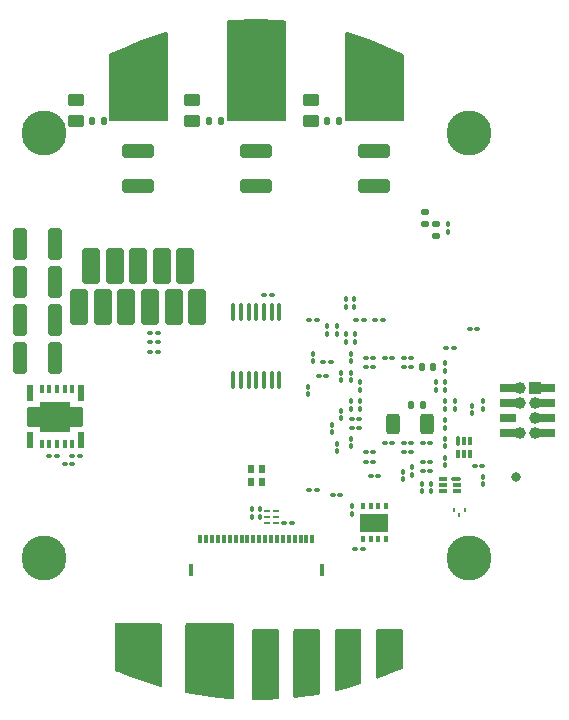
<source format=gbs>
%TF.GenerationSoftware,KiCad,Pcbnew,8.0.9-8.0.9-0~ubuntu22.04.1*%
%TF.CreationDate,2025-03-25T15:42:12+01:00*%
%TF.ProjectId,omodri_sa_v2_laas,6f6d6f64-7269-45f7-9361-5f76325f6c61,1.0*%
%TF.SameCoordinates,Original*%
%TF.FileFunction,Soldermask,Bot*%
%TF.FilePolarity,Negative*%
%FSLAX46Y46*%
G04 Gerber Fmt 4.6, Leading zero omitted, Abs format (unit mm)*
G04 Created by KiCad (PCBNEW 8.0.9-8.0.9-0~ubuntu22.04.1) date 2025-03-25 15:42:12*
%MOMM*%
%LPD*%
G01*
G04 APERTURE LIST*
G04 Aperture macros list*
%AMRoundRect*
0 Rectangle with rounded corners*
0 $1 Rounding radius*
0 $2 $3 $4 $5 $6 $7 $8 $9 X,Y pos of 4 corners*
0 Add a 4 corners polygon primitive as box body*
4,1,4,$2,$3,$4,$5,$6,$7,$8,$9,$2,$3,0*
0 Add four circle primitives for the rounded corners*
1,1,$1+$1,$2,$3*
1,1,$1+$1,$4,$5*
1,1,$1+$1,$6,$7*
1,1,$1+$1,$8,$9*
0 Add four rect primitives between the rounded corners*
20,1,$1+$1,$2,$3,$4,$5,0*
20,1,$1+$1,$4,$5,$6,$7,0*
20,1,$1+$1,$6,$7,$8,$9,0*
20,1,$1+$1,$8,$9,$2,$3,0*%
%AMFreePoly0*
4,1,29,0.792426,2.342426,0.810000,2.300000,0.810000,1.310000,1.250000,1.310000,1.292426,1.292426,1.310000,1.250000,1.310000,-1.250000,1.292426,-1.292426,1.250000,-1.310000,0.810000,-1.310000,0.810000,-2.300000,0.792426,-2.342426,0.750000,-2.360000,-0.750000,-2.360000,-0.792426,-2.342426,-0.810000,-2.300000,-0.810000,-1.310000,-1.250000,-1.310000,-1.292426,-1.292426,-1.310000,-1.250000,
-1.310000,1.250000,-1.292426,1.292426,-1.250000,1.310000,-0.810000,1.310000,-0.810000,2.300000,-0.792426,2.342426,-0.750000,2.360000,0.750000,2.360000,0.792426,2.342426,0.792426,2.342426,$1*%
G04 Aperture macros list end*
%ADD10C,2.600000*%
%ADD11C,3.800000*%
%ADD12R,1.000000X1.000000*%
%ADD13R,1.400000X0.700000*%
%ADD14C,1.000000*%
%ADD15C,0.800000*%
%ADD16RoundRect,0.250000X1.100000X-0.325000X1.100000X0.325000X-1.100000X0.325000X-1.100000X-0.325000X0*%
%ADD17RoundRect,0.250000X-0.325000X-1.100000X0.325000X-1.100000X0.325000X1.100000X-0.325000X1.100000X0*%
%ADD18RoundRect,0.100000X0.130000X0.100000X-0.130000X0.100000X-0.130000X-0.100000X0.130000X-0.100000X0*%
%ADD19RoundRect,0.100000X-0.130000X-0.100000X0.130000X-0.100000X0.130000X0.100000X-0.130000X0.100000X0*%
%ADD20RoundRect,0.140000X-0.140000X-0.170000X0.140000X-0.170000X0.140000X0.170000X-0.140000X0.170000X0*%
%ADD21RoundRect,0.100000X-0.100000X0.130000X-0.100000X-0.130000X0.100000X-0.130000X0.100000X0.130000X0*%
%ADD22RoundRect,0.250000X-0.450000X0.262500X-0.450000X-0.262500X0.450000X-0.262500X0.450000X0.262500X0*%
%ADD23RoundRect,0.135000X-0.185000X0.135000X-0.185000X-0.135000X0.185000X-0.135000X0.185000X0.135000X0*%
%ADD24R,0.550000X0.200000*%
%ADD25R,0.500000X0.200000*%
%ADD26RoundRect,0.100000X0.100000X-0.130000X0.100000X0.130000X-0.100000X0.130000X-0.100000X-0.130000X0*%
%ADD27RoundRect,0.250000X0.312500X0.625000X-0.312500X0.625000X-0.312500X-0.625000X0.312500X-0.625000X0*%
%ADD28RoundRect,0.070000X-0.355000X0.070000X-0.355000X-0.070000X0.355000X-0.070000X0.355000X0.070000X0*%
%ADD29RoundRect,0.070000X-0.305000X0.070000X-0.305000X-0.070000X0.305000X-0.070000X0.305000X0.070000X0*%
%ADD30RoundRect,0.070000X-0.070000X-0.355000X0.070000X-0.355000X0.070000X0.355000X-0.070000X0.355000X0*%
%ADD31RoundRect,0.070000X-0.070000X-0.305000X0.070000X-0.305000X0.070000X0.305000X-0.070000X0.305000X0*%
%ADD32R,0.300000X0.700000*%
%ADD33R,0.300000X1.000000*%
%ADD34R,0.508000X0.762000*%
%ADD35RoundRect,0.062500X0.062500X0.137500X-0.062500X0.137500X-0.062500X-0.137500X0.062500X-0.137500X0*%
%ADD36R,0.300000X0.600000*%
%ADD37R,2.400000X1.650000*%
%ADD38R,0.500000X1.400000*%
%ADD39R,0.350000X0.700000*%
%ADD40FreePoly0,270.000000*%
%ADD41RoundRect,0.140000X0.140000X0.170000X-0.140000X0.170000X-0.140000X-0.170000X0.140000X-0.170000X0*%
%ADD42RoundRect,0.100000X0.100000X-0.637500X0.100000X0.637500X-0.100000X0.637500X-0.100000X-0.637500X0*%
%ADD43RoundRect,0.150000X-0.600000X1.350000X-0.600000X-1.350000X0.600000X-1.350000X0.600000X1.350000X0*%
G04 APERTURE END LIST*
D10*
%TO.C,H1*%
X132000000Y-137950000D03*
D11*
X132000000Y-137950000D03*
%TD*%
D12*
%TO.C,J3*%
X173635000Y-123595000D03*
D13*
X174650000Y-123595000D03*
X171350000Y-123595000D03*
D14*
X172365000Y-123595000D03*
X173635000Y-124865000D03*
D13*
X174650000Y-124865000D03*
X171350000Y-124865000D03*
D14*
X172365000Y-124865000D03*
X173635000Y-126135000D03*
D13*
X174650000Y-126135000D03*
X171350000Y-126135000D03*
D14*
X173635000Y-127405000D03*
D13*
X174650000Y-127405000D03*
X171350000Y-127405000D03*
D14*
X172365000Y-127405000D03*
%TD*%
D10*
%TO.C,H4*%
X168000000Y-137950000D03*
D11*
X168000000Y-137950000D03*
%TD*%
D10*
%TO.C,H3*%
X132000000Y-101950000D03*
D11*
X132000000Y-101950000D03*
%TD*%
D15*
%TO.C,SW1*%
X172000000Y-131100000D03*
%TD*%
D10*
%TO.C,H2*%
X168000000Y-101950000D03*
D11*
X168000000Y-101950000D03*
%TD*%
D16*
%TO.C,C83*%
X140000000Y-106475000D03*
X140000000Y-103525000D03*
%TD*%
D17*
%TO.C,C77*%
X130025000Y-121000000D03*
X132975000Y-121000000D03*
%TD*%
D18*
%TO.C,C64*%
X159025000Y-137200000D03*
X158385000Y-137200000D03*
%TD*%
%TO.C,C2*%
X161520000Y-121000000D03*
X160880000Y-121000000D03*
%TD*%
D19*
%TO.C,C61*%
X150650000Y-115700000D03*
X151290000Y-115700000D03*
%TD*%
%TO.C,C67*%
X152380000Y-135000000D03*
X153020000Y-135000000D03*
%TD*%
D20*
%TO.C,C54*%
X146020000Y-101000000D03*
X146980000Y-101000000D03*
%TD*%
D21*
%TO.C,R10*%
X168300000Y-125080000D03*
X168300000Y-125720000D03*
%TD*%
D22*
%TO.C,R20*%
X144600000Y-99175000D03*
X144600000Y-101000000D03*
%TD*%
%TO.C,R28*%
X134700000Y-99175000D03*
X134700000Y-101000000D03*
%TD*%
D23*
%TO.C,R38*%
X164250000Y-108690000D03*
X164250000Y-109710000D03*
%TD*%
D24*
%TO.C,U8*%
X150925000Y-135000000D03*
D25*
X150900000Y-134500000D03*
X150900000Y-134000000D03*
X151700000Y-134000000D03*
X151700000Y-134500000D03*
X151700000Y-135000000D03*
%TD*%
D19*
%TO.C,R42*%
X133790000Y-130000000D03*
X134430000Y-130000000D03*
%TD*%
D20*
%TO.C,C46*%
X156020000Y-101000000D03*
X156980000Y-101000000D03*
%TD*%
D26*
%TO.C,R24*%
X158300000Y-116720000D03*
X158300000Y-116080000D03*
%TD*%
D18*
%TO.C,C1*%
X141640000Y-119700000D03*
X141000000Y-119700000D03*
%TD*%
D23*
%TO.C,R39*%
X165250000Y-109710000D03*
X165250000Y-110730000D03*
%TD*%
D26*
%TO.C,R35*%
X156400000Y-127320000D03*
X156400000Y-126680000D03*
%TD*%
D19*
%TO.C,C27*%
X159280000Y-129800000D03*
X159920000Y-129800000D03*
%TD*%
D27*
%TO.C,R13*%
X164462500Y-126600000D03*
X161537500Y-126600000D03*
%TD*%
D21*
%TO.C,C10*%
X158799200Y-124680000D03*
X158799200Y-125320000D03*
%TD*%
%TO.C,C6*%
X166000000Y-126280000D03*
X166000000Y-126920000D03*
%TD*%
D18*
%TO.C,C11*%
X163120000Y-128200000D03*
X162480000Y-128200000D03*
%TD*%
D21*
%TO.C,C5*%
X158000000Y-124680000D03*
X158000000Y-125320000D03*
%TD*%
D18*
%TO.C,C9*%
X163120000Y-129000000D03*
X162480000Y-129000000D03*
%TD*%
D26*
%TO.C,C4*%
X165200000Y-123720000D03*
X165200000Y-123080000D03*
%TD*%
D21*
%TO.C,C25*%
X166000000Y-127880000D03*
X166000000Y-128520000D03*
%TD*%
D19*
%TO.C,C29*%
X164080000Y-130600000D03*
X164720000Y-130600000D03*
%TD*%
D26*
%TO.C,C28*%
X166000000Y-130120000D03*
X166000000Y-129480000D03*
%TD*%
%TO.C,C69*%
X164800000Y-132300000D03*
X164800000Y-131660000D03*
%TD*%
D21*
%TO.C,C21*%
X169200000Y-124680000D03*
X169200000Y-125320000D03*
%TD*%
D18*
%TO.C,C31*%
X155120000Y-132200000D03*
X154480000Y-132200000D03*
%TD*%
D21*
%TO.C,C30*%
X169200000Y-131080000D03*
X169200000Y-131720000D03*
%TD*%
D18*
%TO.C,C32*%
X159920000Y-121800000D03*
X159280000Y-121800000D03*
%TD*%
D26*
%TO.C,R33*%
X154400000Y-124120000D03*
X154400000Y-123480000D03*
%TD*%
D18*
%TO.C,R40*%
X135070000Y-129300000D03*
X134430000Y-129300000D03*
%TD*%
D21*
%TO.C,C68*%
X150300000Y-133860000D03*
X150300000Y-134500000D03*
%TD*%
%TO.C,C22*%
X166000000Y-124680000D03*
X166000000Y-125320000D03*
%TD*%
%TO.C,R34*%
X157200000Y-125480000D03*
X157200000Y-126120000D03*
%TD*%
D19*
%TO.C,R41*%
X132480000Y-129300000D03*
X133120000Y-129300000D03*
%TD*%
%TO.C,C34*%
X159280000Y-129000000D03*
X159920000Y-129000000D03*
%TD*%
D21*
%TO.C,C33*%
X166800000Y-124680000D03*
X166800000Y-125320000D03*
%TD*%
%TO.C,R23*%
X156000000Y-118360000D03*
X156000000Y-119000000D03*
%TD*%
%TO.C,R32*%
X156800000Y-128280000D03*
X156800000Y-128920000D03*
%TD*%
D18*
%TO.C,R11*%
X169120000Y-130200000D03*
X168480000Y-130200000D03*
%TD*%
D19*
%TO.C,C19*%
X155280000Y-122600000D03*
X155920000Y-122600000D03*
%TD*%
D28*
%TO.C,U9*%
X166925000Y-131300000D03*
D29*
X166975000Y-131800000D03*
X166975000Y-132300000D03*
X165825000Y-132300000D03*
X165825000Y-131800000D03*
X165825000Y-131300000D03*
%TD*%
D30*
%TO.C,U10*%
X167100000Y-128075000D03*
D31*
X167600000Y-128025000D03*
X168100000Y-128025000D03*
X168100000Y-129175000D03*
X167600000Y-129175000D03*
X167100000Y-129175000D03*
%TD*%
D26*
%TO.C,R22*%
X157600000Y-119640000D03*
X157600000Y-119000000D03*
%TD*%
D20*
%TO.C,C56*%
X136120000Y-101000000D03*
X137080000Y-101000000D03*
%TD*%
D18*
%TO.C,R29*%
X166720000Y-120200000D03*
X166080000Y-120200000D03*
%TD*%
D19*
%TO.C,R12*%
X156480000Y-132600000D03*
X157120000Y-132600000D03*
%TD*%
D26*
%TO.C,C20*%
X158800000Y-123720000D03*
X158800000Y-123080000D03*
%TD*%
D21*
%TO.C,C43*%
X154800000Y-120680000D03*
X154800000Y-121320000D03*
%TD*%
%TO.C,R36*%
X164000000Y-131660000D03*
X164000000Y-132300000D03*
%TD*%
D19*
%TO.C,C24*%
X158080000Y-127000000D03*
X158720000Y-127000000D03*
%TD*%
D21*
%TO.C,D7*%
X166250000Y-109710000D03*
X166250000Y-110350000D03*
%TD*%
D19*
%TO.C,C23*%
X158080000Y-126200000D03*
X158720000Y-126200000D03*
%TD*%
%TO.C,C35*%
X164080000Y-129800000D03*
X164720000Y-129800000D03*
%TD*%
%TO.C,C26*%
X160880000Y-128200000D03*
X161520000Y-128200000D03*
%TD*%
D21*
%TO.C,R31*%
X158100000Y-133600000D03*
X158100000Y-134240000D03*
%TD*%
D20*
%TO.C,C36*%
X164020000Y-121800000D03*
X164980000Y-121800000D03*
%TD*%
D16*
%TO.C,C86*%
X150000000Y-106475000D03*
X150000000Y-103525000D03*
%TD*%
D19*
%TO.C,C13*%
X168080000Y-118600000D03*
X168720000Y-118600000D03*
%TD*%
D21*
%TO.C,R5*%
X163200000Y-130280000D03*
X163200000Y-130920000D03*
%TD*%
D18*
%TO.C,D1*%
X141640000Y-120500000D03*
X141000000Y-120500000D03*
%TD*%
D32*
%TO.C,J2*%
X154750000Y-136350000D03*
X154250000Y-136350000D03*
X153750000Y-136350000D03*
X153250000Y-136350000D03*
X152750000Y-136350000D03*
X152250000Y-136350000D03*
X151750000Y-136350000D03*
X151250000Y-136350000D03*
X150750000Y-136350000D03*
X150250000Y-136350000D03*
X149750000Y-136350000D03*
X149250000Y-136350000D03*
X148750000Y-136350000D03*
X148250000Y-136350000D03*
X147750000Y-136350000D03*
X147250000Y-136350000D03*
X146750000Y-136350000D03*
X146250000Y-136350000D03*
X145750000Y-136350000D03*
X145250000Y-136350000D03*
D33*
X155540000Y-139000000D03*
X144460000Y-139000000D03*
%TD*%
D18*
%TO.C,C16*%
X159920000Y-121000000D03*
X159280000Y-121000000D03*
%TD*%
D22*
%TO.C,R17*%
X154600000Y-99175000D03*
X154600000Y-101000000D03*
%TD*%
D34*
%TO.C,D4*%
X149525000Y-131572201D03*
X149525000Y-130427799D03*
X150475000Y-130427799D03*
X150475000Y-131572201D03*
%TD*%
D16*
%TO.C,C85*%
X160000000Y-106475000D03*
X160000000Y-103525000D03*
%TD*%
D26*
%TO.C,R6*%
X162400000Y-131320000D03*
X162400000Y-130680000D03*
%TD*%
%TO.C,C38*%
X158000000Y-121320000D03*
X158000000Y-120680000D03*
%TD*%
D18*
%TO.C,R4*%
X141640000Y-118900000D03*
X141000000Y-118900000D03*
%TD*%
D21*
%TO.C,C7*%
X158000200Y-127880000D03*
X158000200Y-128520000D03*
%TD*%
D18*
%TO.C,C14*%
X160720000Y-117800000D03*
X160080000Y-117800000D03*
%TD*%
D35*
%TO.C,D3*%
X167200000Y-134300000D03*
X166700000Y-133900000D03*
X167700000Y-133900000D03*
%TD*%
D18*
%TO.C,C42*%
X155120000Y-117800000D03*
X154480000Y-117800000D03*
%TD*%
%TO.C,C87*%
X156320000Y-121400000D03*
X155680000Y-121400000D03*
%TD*%
D21*
%TO.C,C39*%
X157200000Y-122280000D03*
X157200000Y-122920000D03*
%TD*%
D18*
%TO.C,R7*%
X160320000Y-131000000D03*
X159680000Y-131000000D03*
%TD*%
%TO.C,C18*%
X163120000Y-121800000D03*
X162480000Y-121800000D03*
%TD*%
D26*
%TO.C,C3*%
X166000000Y-123720000D03*
X166000000Y-123080000D03*
%TD*%
%TO.C,C58*%
X156800000Y-119000000D03*
X156800000Y-118360000D03*
%TD*%
D21*
%TO.C,C37*%
X158000000Y-122280000D03*
X158000000Y-122920000D03*
%TD*%
%TO.C,C57*%
X158400000Y-119000000D03*
X158400000Y-119640000D03*
%TD*%
D36*
%TO.C,U6*%
X159025000Y-133600000D03*
X159675000Y-133600000D03*
X160325000Y-133600000D03*
X160975000Y-133600000D03*
X160975000Y-136400000D03*
X160325000Y-136400000D03*
X159675000Y-136400000D03*
X159025000Y-136400000D03*
D37*
X160000000Y-135000000D03*
%TD*%
D19*
%TO.C,C41*%
X158480000Y-117800000D03*
X159120000Y-117800000D03*
%TD*%
D38*
%TO.C,U11*%
X130855000Y-124000000D03*
D39*
X131830000Y-123650000D03*
X132480000Y-123650000D03*
X133130000Y-123650000D03*
X133780000Y-123650000D03*
X134430000Y-123650000D03*
D38*
X135155000Y-124000000D03*
X135155000Y-128000000D03*
D39*
X134430000Y-128350000D03*
X133780000Y-128350000D03*
X133130000Y-128350000D03*
X132480000Y-128350000D03*
X131830000Y-128350000D03*
D38*
X130855000Y-128000000D03*
D40*
X133000000Y-126000000D03*
%TD*%
D17*
%TO.C,C79*%
X130025000Y-114600000D03*
X132975000Y-114600000D03*
%TD*%
D41*
%TO.C,C12*%
X164080000Y-125000000D03*
X163120000Y-125000000D03*
%TD*%
D42*
%TO.C,U3*%
X151950000Y-122862500D03*
X151300000Y-122862500D03*
X150650000Y-122862500D03*
X150000000Y-122862500D03*
X149350000Y-122862500D03*
X148700000Y-122862500D03*
X148050000Y-122862500D03*
X148050000Y-117137500D03*
X148700000Y-117137500D03*
X149350000Y-117137500D03*
X150000000Y-117137500D03*
X150650000Y-117137500D03*
X151300000Y-117137500D03*
X151950000Y-117137500D03*
%TD*%
D18*
%TO.C,C8*%
X164720000Y-128200000D03*
X164080000Y-128200000D03*
%TD*%
D43*
%TO.C,J1*%
X135000000Y-116750000D03*
X136000000Y-113250000D03*
X137000000Y-116750000D03*
X138000000Y-113250000D03*
X139000000Y-116750000D03*
X140000000Y-113250000D03*
X141000000Y-116750000D03*
X142000000Y-113250000D03*
X143000000Y-116750000D03*
X144000000Y-113250000D03*
X145000000Y-116750000D03*
%TD*%
D17*
%TO.C,C80*%
X130025000Y-111400000D03*
X132975000Y-111400000D03*
%TD*%
D26*
%TO.C,C59*%
X157600000Y-116720000D03*
X157600000Y-116080000D03*
%TD*%
D18*
%TO.C,C15*%
X163119800Y-121000000D03*
X162479800Y-121000000D03*
%TD*%
D17*
%TO.C,C78*%
X130025000Y-117800000D03*
X132975000Y-117800000D03*
%TD*%
D26*
%TO.C,C17*%
X166000000Y-122120000D03*
X166000000Y-121480000D03*
%TD*%
%TO.C,R55*%
X149600000Y-134500000D03*
X149600000Y-133860000D03*
%TD*%
G36*
X150525939Y-92352538D02*
G01*
X151567684Y-92392008D01*
X151572372Y-92392275D01*
X152385383Y-92453972D01*
X152450741Y-92478672D01*
X152492369Y-92534787D01*
X152500000Y-92577616D01*
X152500000Y-100876000D01*
X152480315Y-100943039D01*
X152427511Y-100988794D01*
X152376000Y-101000000D01*
X147624000Y-101000000D01*
X147556961Y-100980315D01*
X147511206Y-100927511D01*
X147500000Y-100876000D01*
X147500000Y-92577616D01*
X147519685Y-92510577D01*
X147572489Y-92464822D01*
X147614617Y-92453972D01*
X148427627Y-92392275D01*
X148432315Y-92392008D01*
X149474061Y-92352538D01*
X149478756Y-92352449D01*
X150521244Y-92352449D01*
X150525939Y-92352538D01*
G37*
G36*
X142413366Y-93431747D02*
G01*
X142471357Y-93470718D01*
X142499074Y-93534855D01*
X142500000Y-93549983D01*
X142500000Y-100876000D01*
X142480315Y-100943039D01*
X142427511Y-100988794D01*
X142376000Y-101000000D01*
X137624000Y-101000000D01*
X137556961Y-100980315D01*
X137511206Y-100927511D01*
X137500000Y-100876000D01*
X137500000Y-95413673D01*
X137519685Y-95346634D01*
X137569567Y-95302259D01*
X138331723Y-94929896D01*
X138335980Y-94927915D01*
X139289325Y-94506074D01*
X139293655Y-94504256D01*
X140262234Y-94118835D01*
X140266629Y-94117181D01*
X141249179Y-93768683D01*
X141253634Y-93767198D01*
X142248612Y-93456172D01*
X142253119Y-93454856D01*
X142343511Y-93430315D01*
X142413366Y-93431747D01*
G37*
G36*
X157656490Y-93430315D02*
G01*
X157746881Y-93454856D01*
X157751387Y-93456172D01*
X158746365Y-93767198D01*
X158750820Y-93768683D01*
X159733370Y-94117181D01*
X159737765Y-94118835D01*
X160706344Y-94504256D01*
X160710674Y-94506074D01*
X161664019Y-94927915D01*
X161668276Y-94929896D01*
X162430433Y-95302259D01*
X162482027Y-95349374D01*
X162500000Y-95413673D01*
X162500000Y-100876000D01*
X162480315Y-100943039D01*
X162427511Y-100988794D01*
X162376000Y-101000000D01*
X157624000Y-101000000D01*
X157556961Y-100980315D01*
X157511206Y-100927511D01*
X157500000Y-100876000D01*
X157500000Y-93549983D01*
X157519685Y-93482944D01*
X157572489Y-93437189D01*
X157641647Y-93427245D01*
X157656490Y-93430315D01*
G37*
G36*
X158843039Y-144019685D02*
G01*
X158888794Y-144072489D01*
X158900000Y-144124000D01*
X158900000Y-148557067D01*
X158880315Y-148624106D01*
X158827511Y-148669861D01*
X158813655Y-148675211D01*
X158592799Y-148745603D01*
X158588487Y-148746892D01*
X157543902Y-149038517D01*
X157539546Y-149039648D01*
X156802987Y-149216734D01*
X156733203Y-149213267D01*
X156676372Y-149172621D01*
X156650538Y-149107703D01*
X156650000Y-149096170D01*
X156650000Y-144124000D01*
X156669685Y-144056961D01*
X156722489Y-144011206D01*
X156774000Y-144000000D01*
X158776000Y-144000000D01*
X158843039Y-144019685D01*
G37*
G36*
X162343039Y-144019685D02*
G01*
X162388794Y-144072489D01*
X162400000Y-144124000D01*
X162400000Y-147235272D01*
X162380315Y-147302311D01*
X162327511Y-147348066D01*
X162326273Y-147348624D01*
X161666069Y-147641432D01*
X161661922Y-147643182D01*
X160655225Y-148046606D01*
X160651017Y-148048204D01*
X160315918Y-148168570D01*
X160246171Y-148172707D01*
X160185259Y-148138479D01*
X160152522Y-148076753D01*
X160150000Y-148051870D01*
X160150000Y-144124000D01*
X160169685Y-144056961D01*
X160222489Y-144011206D01*
X160274000Y-144000000D01*
X162276000Y-144000000D01*
X162343039Y-144019685D01*
G37*
G36*
X155343039Y-144019685D02*
G01*
X155388794Y-144072489D01*
X155400000Y-144124000D01*
X155400000Y-149406990D01*
X155380315Y-149474029D01*
X155327511Y-149519784D01*
X155296165Y-149529339D01*
X154343249Y-149686396D01*
X154338796Y-149687048D01*
X153289712Y-149821053D01*
X153220718Y-149810021D01*
X153168642Y-149763440D01*
X153150000Y-149698052D01*
X153150000Y-144124000D01*
X153169685Y-144056961D01*
X153222489Y-144011206D01*
X153274000Y-144000000D01*
X155276000Y-144000000D01*
X155343039Y-144019685D01*
G37*
G36*
X141943039Y-143519685D02*
G01*
X141988794Y-143572489D01*
X142000000Y-143624000D01*
X142000000Y-148747824D01*
X141980315Y-148814863D01*
X141927511Y-148860618D01*
X141858353Y-148870562D01*
X141842657Y-148867257D01*
X141411503Y-148746889D01*
X141407191Y-148745600D01*
X140373914Y-148416270D01*
X140369651Y-148414826D01*
X139348982Y-148048204D01*
X139344774Y-148046606D01*
X138338076Y-147643181D01*
X138333929Y-147641431D01*
X138073727Y-147526027D01*
X138020425Y-147480853D01*
X138000007Y-147414033D01*
X138000000Y-147412675D01*
X138000000Y-143624000D01*
X138019685Y-143556961D01*
X138072489Y-143511206D01*
X138124000Y-143500000D01*
X141876000Y-143500000D01*
X141943039Y-143519685D01*
G37*
G36*
X151843039Y-144019685D02*
G01*
X151888794Y-144072489D01*
X151900000Y-144124000D01*
X151900000Y-149821071D01*
X151880315Y-149888110D01*
X151827511Y-149933865D01*
X151782749Y-149944887D01*
X151091099Y-149982585D01*
X151086600Y-149982749D01*
X150137344Y-149999980D01*
X150135094Y-150000000D01*
X149864907Y-150000000D01*
X149862655Y-149999980D01*
X149771748Y-149998329D01*
X149705077Y-149977430D01*
X149660289Y-149923804D01*
X149650000Y-149874349D01*
X149650000Y-144124000D01*
X149669685Y-144056961D01*
X149722489Y-144011206D01*
X149774000Y-144000000D01*
X151776000Y-144000000D01*
X151843039Y-144019685D01*
G37*
G36*
X148093039Y-143519685D02*
G01*
X148138794Y-143572489D01*
X148150000Y-143624000D01*
X148150000Y-149810280D01*
X148130315Y-149877319D01*
X148077511Y-149923074D01*
X148019252Y-149934096D01*
X147826024Y-149923565D01*
X147821535Y-149923239D01*
X146741479Y-149824955D01*
X146737004Y-149824466D01*
X145661203Y-149687047D01*
X145656750Y-149686395D01*
X144586708Y-149510035D01*
X144582281Y-149509223D01*
X144099408Y-149411517D01*
X144037604Y-149378928D01*
X144003230Y-149318098D01*
X144000000Y-149289980D01*
X144000000Y-143624000D01*
X144019685Y-143556961D01*
X144072489Y-143511206D01*
X144124000Y-143500000D01*
X148026000Y-143500000D01*
X148093039Y-143519685D01*
G37*
M02*

</source>
